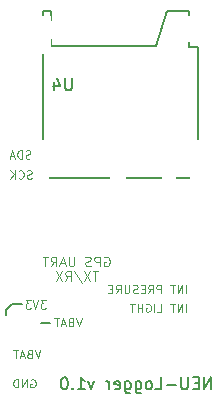
<source format=gbo>
G04 #@! TF.FileFunction,Legend,Bot*
%FSLAX46Y46*%
G04 Gerber Fmt 4.6, Leading zero omitted, Abs format (unit mm)*
G04 Created by KiCad (PCBNEW 4.0.0-rc2-stable) date 8/12/2015 5:56:54 PM*
%MOMM*%
G01*
G04 APERTURE LIST*
%ADD10C,0.100000*%
%ADD11C,0.200000*%
%ADD12C,0.120000*%
%ADD13C,0.150000*%
%ADD14C,0.381000*%
%ADD15R,1.100000X1.600000*%
%ADD16R,1.450000X1.180000*%
%ADD17R,1.100000X3.730000*%
%ADD18R,1.540000X2.230000*%
%ADD19R,1.300000X1.330000*%
%ADD20R,1.260000X3.200000*%
%ADD21C,2.200000*%
%ADD22C,2.000000*%
%ADD23R,2.432000X2.432000*%
%ADD24O,2.432000X2.432000*%
G04 APERTURE END LIST*
D10*
D11*
X176900000Y-127700000D02*
X176900000Y-128200000D01*
X177400000Y-127200000D02*
X176900000Y-127700000D01*
X178200000Y-127200000D02*
X177400000Y-127200000D01*
X194233334Y-134452381D02*
X194233334Y-133452381D01*
X193661905Y-134452381D01*
X193661905Y-133452381D01*
X193185715Y-133928571D02*
X192852381Y-133928571D01*
X192709524Y-134452381D02*
X193185715Y-134452381D01*
X193185715Y-133452381D01*
X192709524Y-133452381D01*
X192280953Y-133452381D02*
X192280953Y-134261905D01*
X192233334Y-134357143D01*
X192185715Y-134404762D01*
X192090477Y-134452381D01*
X191900000Y-134452381D01*
X191804762Y-134404762D01*
X191757143Y-134357143D01*
X191709524Y-134261905D01*
X191709524Y-133452381D01*
X191233334Y-134071429D02*
X190471429Y-134071429D01*
X189519048Y-134452381D02*
X189995239Y-134452381D01*
X189995239Y-133452381D01*
X189042858Y-134452381D02*
X189138096Y-134404762D01*
X189185715Y-134357143D01*
X189233334Y-134261905D01*
X189233334Y-133976190D01*
X189185715Y-133880952D01*
X189138096Y-133833333D01*
X189042858Y-133785714D01*
X188900000Y-133785714D01*
X188804762Y-133833333D01*
X188757143Y-133880952D01*
X188709524Y-133976190D01*
X188709524Y-134261905D01*
X188757143Y-134357143D01*
X188804762Y-134404762D01*
X188900000Y-134452381D01*
X189042858Y-134452381D01*
X187852381Y-133785714D02*
X187852381Y-134595238D01*
X187900000Y-134690476D01*
X187947619Y-134738095D01*
X188042858Y-134785714D01*
X188185715Y-134785714D01*
X188280953Y-134738095D01*
X187852381Y-134404762D02*
X187947619Y-134452381D01*
X188138096Y-134452381D01*
X188233334Y-134404762D01*
X188280953Y-134357143D01*
X188328572Y-134261905D01*
X188328572Y-133976190D01*
X188280953Y-133880952D01*
X188233334Y-133833333D01*
X188138096Y-133785714D01*
X187947619Y-133785714D01*
X187852381Y-133833333D01*
X186947619Y-133785714D02*
X186947619Y-134595238D01*
X186995238Y-134690476D01*
X187042857Y-134738095D01*
X187138096Y-134785714D01*
X187280953Y-134785714D01*
X187376191Y-134738095D01*
X186947619Y-134404762D02*
X187042857Y-134452381D01*
X187233334Y-134452381D01*
X187328572Y-134404762D01*
X187376191Y-134357143D01*
X187423810Y-134261905D01*
X187423810Y-133976190D01*
X187376191Y-133880952D01*
X187328572Y-133833333D01*
X187233334Y-133785714D01*
X187042857Y-133785714D01*
X186947619Y-133833333D01*
X186090476Y-134404762D02*
X186185714Y-134452381D01*
X186376191Y-134452381D01*
X186471429Y-134404762D01*
X186519048Y-134309524D01*
X186519048Y-133928571D01*
X186471429Y-133833333D01*
X186376191Y-133785714D01*
X186185714Y-133785714D01*
X186090476Y-133833333D01*
X186042857Y-133928571D01*
X186042857Y-134023810D01*
X186519048Y-134119048D01*
X185614286Y-134452381D02*
X185614286Y-133785714D01*
X185614286Y-133976190D02*
X185566667Y-133880952D01*
X185519048Y-133833333D01*
X185423810Y-133785714D01*
X185328571Y-133785714D01*
X184328571Y-133785714D02*
X184090476Y-134452381D01*
X183852380Y-133785714D01*
X182947618Y-134452381D02*
X183519047Y-134452381D01*
X183233333Y-134452381D02*
X183233333Y-133452381D01*
X183328571Y-133595238D01*
X183423809Y-133690476D01*
X183519047Y-133738095D01*
X182519047Y-134357143D02*
X182471428Y-134404762D01*
X182519047Y-134452381D01*
X182566666Y-134404762D01*
X182519047Y-134357143D01*
X182519047Y-134452381D01*
X181852381Y-133452381D02*
X181757142Y-133452381D01*
X181661904Y-133500000D01*
X181614285Y-133547619D01*
X181566666Y-133642857D01*
X181519047Y-133833333D01*
X181519047Y-134071429D01*
X181566666Y-134261905D01*
X181614285Y-134357143D01*
X181661904Y-134404762D01*
X181757142Y-134452381D01*
X181852381Y-134452381D01*
X181947619Y-134404762D01*
X181995238Y-134357143D01*
X182042857Y-134261905D01*
X182090476Y-134071429D01*
X182090476Y-133833333D01*
X182042857Y-133642857D01*
X181995238Y-133547619D01*
X181947619Y-133500000D01*
X181852381Y-133452381D01*
D12*
X178933334Y-114883333D02*
X178833334Y-114916667D01*
X178666667Y-114916667D01*
X178600000Y-114883333D01*
X178566667Y-114850000D01*
X178533334Y-114783333D01*
X178533334Y-114716667D01*
X178566667Y-114650000D01*
X178600000Y-114616667D01*
X178666667Y-114583333D01*
X178800000Y-114550000D01*
X178866667Y-114516667D01*
X178900000Y-114483333D01*
X178933334Y-114416667D01*
X178933334Y-114350000D01*
X178900000Y-114283333D01*
X178866667Y-114250000D01*
X178800000Y-114216667D01*
X178633334Y-114216667D01*
X178533334Y-114250000D01*
X178233333Y-114916667D02*
X178233333Y-114216667D01*
X178066667Y-114216667D01*
X177966667Y-114250000D01*
X177900000Y-114316667D01*
X177866667Y-114383333D01*
X177833333Y-114516667D01*
X177833333Y-114616667D01*
X177866667Y-114750000D01*
X177900000Y-114816667D01*
X177966667Y-114883333D01*
X178066667Y-114916667D01*
X178233333Y-114916667D01*
X177566667Y-114716667D02*
X177233333Y-114716667D01*
X177633333Y-114916667D02*
X177400000Y-114216667D01*
X177166667Y-114916667D01*
X179033334Y-116583333D02*
X178933334Y-116616667D01*
X178766667Y-116616667D01*
X178700000Y-116583333D01*
X178666667Y-116550000D01*
X178633334Y-116483333D01*
X178633334Y-116416667D01*
X178666667Y-116350000D01*
X178700000Y-116316667D01*
X178766667Y-116283333D01*
X178900000Y-116250000D01*
X178966667Y-116216667D01*
X179000000Y-116183333D01*
X179033334Y-116116667D01*
X179033334Y-116050000D01*
X179000000Y-115983333D01*
X178966667Y-115950000D01*
X178900000Y-115916667D01*
X178733334Y-115916667D01*
X178633334Y-115950000D01*
X177933333Y-116550000D02*
X177966667Y-116583333D01*
X178066667Y-116616667D01*
X178133333Y-116616667D01*
X178233333Y-116583333D01*
X178300000Y-116516667D01*
X178333333Y-116450000D01*
X178366667Y-116316667D01*
X178366667Y-116216667D01*
X178333333Y-116083333D01*
X178300000Y-116016667D01*
X178233333Y-115950000D01*
X178133333Y-115916667D01*
X178066667Y-115916667D01*
X177966667Y-115950000D01*
X177933333Y-115983333D01*
X177633333Y-116616667D02*
X177633333Y-115916667D01*
X177233333Y-116616667D02*
X177533333Y-116216667D01*
X177233333Y-115916667D02*
X177633333Y-116316667D01*
D11*
X180563800Y-128835000D02*
X179852600Y-128835000D01*
D12*
X183266666Y-128416667D02*
X183033333Y-129116667D01*
X182800000Y-128416667D01*
X182333333Y-128750000D02*
X182233333Y-128783333D01*
X182200000Y-128816667D01*
X182166666Y-128883333D01*
X182166666Y-128983333D01*
X182200000Y-129050000D01*
X182233333Y-129083333D01*
X182300000Y-129116667D01*
X182566666Y-129116667D01*
X182566666Y-128416667D01*
X182333333Y-128416667D01*
X182266666Y-128450000D01*
X182233333Y-128483333D01*
X182200000Y-128550000D01*
X182200000Y-128616667D01*
X182233333Y-128683333D01*
X182266666Y-128716667D01*
X182333333Y-128750000D01*
X182566666Y-128750000D01*
X181900000Y-128916667D02*
X181566666Y-128916667D01*
X181966666Y-129116667D02*
X181733333Y-128416667D01*
X181500000Y-129116667D01*
X181366666Y-128416667D02*
X180966666Y-128416667D01*
X181166666Y-129116667D02*
X181166666Y-128416667D01*
X180233334Y-126916667D02*
X179800001Y-126916667D01*
X180033334Y-127183333D01*
X179933334Y-127183333D01*
X179866667Y-127216667D01*
X179833334Y-127250000D01*
X179800001Y-127316667D01*
X179800001Y-127483333D01*
X179833334Y-127550000D01*
X179866667Y-127583333D01*
X179933334Y-127616667D01*
X180133334Y-127616667D01*
X180200001Y-127583333D01*
X180233334Y-127550000D01*
X179600000Y-126916667D02*
X179366667Y-127616667D01*
X179133334Y-126916667D01*
X178966667Y-126916667D02*
X178533334Y-126916667D01*
X178766667Y-127183333D01*
X178666667Y-127183333D01*
X178600000Y-127216667D01*
X178566667Y-127250000D01*
X178533334Y-127316667D01*
X178533334Y-127483333D01*
X178566667Y-127550000D01*
X178600000Y-127583333D01*
X178666667Y-127616667D01*
X178866667Y-127616667D01*
X178933334Y-127583333D01*
X178966667Y-127550000D01*
X178968200Y-133635000D02*
X179034866Y-133601667D01*
X179134866Y-133601667D01*
X179234866Y-133635000D01*
X179301533Y-133701667D01*
X179334866Y-133768333D01*
X179368200Y-133901667D01*
X179368200Y-134001667D01*
X179334866Y-134135000D01*
X179301533Y-134201667D01*
X179234866Y-134268333D01*
X179134866Y-134301667D01*
X179068200Y-134301667D01*
X178968200Y-134268333D01*
X178934866Y-134235000D01*
X178934866Y-134001667D01*
X179068200Y-134001667D01*
X178634866Y-134301667D02*
X178634866Y-133601667D01*
X178234866Y-134301667D01*
X178234866Y-133601667D01*
X177901533Y-134301667D02*
X177901533Y-133601667D01*
X177734867Y-133601667D01*
X177634867Y-133635000D01*
X177568200Y-133701667D01*
X177534867Y-133768333D01*
X177501533Y-133901667D01*
X177501533Y-134001667D01*
X177534867Y-134135000D01*
X177568200Y-134201667D01*
X177634867Y-134268333D01*
X177734867Y-134301667D01*
X177901533Y-134301667D01*
X179785666Y-131112467D02*
X179552333Y-131812467D01*
X179319000Y-131112467D01*
X178852333Y-131445800D02*
X178752333Y-131479133D01*
X178719000Y-131512467D01*
X178685666Y-131579133D01*
X178685666Y-131679133D01*
X178719000Y-131745800D01*
X178752333Y-131779133D01*
X178819000Y-131812467D01*
X179085666Y-131812467D01*
X179085666Y-131112467D01*
X178852333Y-131112467D01*
X178785666Y-131145800D01*
X178752333Y-131179133D01*
X178719000Y-131245800D01*
X178719000Y-131312467D01*
X178752333Y-131379133D01*
X178785666Y-131412467D01*
X178852333Y-131445800D01*
X179085666Y-131445800D01*
X178419000Y-131612467D02*
X178085666Y-131612467D01*
X178485666Y-131812467D02*
X178252333Y-131112467D01*
X178019000Y-131812467D01*
X177885666Y-131112467D02*
X177485666Y-131112467D01*
X177685666Y-131812467D02*
X177685666Y-131112467D01*
X192136733Y-127900867D02*
X192136733Y-127200867D01*
X191803400Y-127900867D02*
X191803400Y-127200867D01*
X191403400Y-127900867D01*
X191403400Y-127200867D01*
X191170067Y-127200867D02*
X190770067Y-127200867D01*
X190970067Y-127900867D02*
X190970067Y-127200867D01*
X189670068Y-127900867D02*
X190003401Y-127900867D01*
X190003401Y-127200867D01*
X189436734Y-127900867D02*
X189436734Y-127200867D01*
X188736735Y-127234200D02*
X188803401Y-127200867D01*
X188903401Y-127200867D01*
X189003401Y-127234200D01*
X189070068Y-127300867D01*
X189103401Y-127367533D01*
X189136735Y-127500867D01*
X189136735Y-127600867D01*
X189103401Y-127734200D01*
X189070068Y-127800867D01*
X189003401Y-127867533D01*
X188903401Y-127900867D01*
X188836735Y-127900867D01*
X188736735Y-127867533D01*
X188703401Y-127834200D01*
X188703401Y-127600867D01*
X188836735Y-127600867D01*
X188403401Y-127900867D02*
X188403401Y-127200867D01*
X188403401Y-127534200D02*
X188003401Y-127534200D01*
X188003401Y-127900867D02*
X188003401Y-127200867D01*
X187770068Y-127200867D02*
X187370068Y-127200867D01*
X187570068Y-127900867D02*
X187570068Y-127200867D01*
X192136733Y-126326067D02*
X192136733Y-125626067D01*
X191803400Y-126326067D02*
X191803400Y-125626067D01*
X191403400Y-126326067D01*
X191403400Y-125626067D01*
X191170067Y-125626067D02*
X190770067Y-125626067D01*
X190970067Y-126326067D02*
X190970067Y-125626067D01*
X190003401Y-126326067D02*
X190003401Y-125626067D01*
X189736735Y-125626067D01*
X189670068Y-125659400D01*
X189636735Y-125692733D01*
X189603401Y-125759400D01*
X189603401Y-125859400D01*
X189636735Y-125926067D01*
X189670068Y-125959400D01*
X189736735Y-125992733D01*
X190003401Y-125992733D01*
X188903401Y-126326067D02*
X189136735Y-125992733D01*
X189303401Y-126326067D02*
X189303401Y-125626067D01*
X189036735Y-125626067D01*
X188970068Y-125659400D01*
X188936735Y-125692733D01*
X188903401Y-125759400D01*
X188903401Y-125859400D01*
X188936735Y-125926067D01*
X188970068Y-125959400D01*
X189036735Y-125992733D01*
X189303401Y-125992733D01*
X188603401Y-125959400D02*
X188370068Y-125959400D01*
X188270068Y-126326067D02*
X188603401Y-126326067D01*
X188603401Y-125626067D01*
X188270068Y-125626067D01*
X188003402Y-126292733D02*
X187903402Y-126326067D01*
X187736735Y-126326067D01*
X187670068Y-126292733D01*
X187636735Y-126259400D01*
X187603402Y-126192733D01*
X187603402Y-126126067D01*
X187636735Y-126059400D01*
X187670068Y-126026067D01*
X187736735Y-125992733D01*
X187870068Y-125959400D01*
X187936735Y-125926067D01*
X187970068Y-125892733D01*
X188003402Y-125826067D01*
X188003402Y-125759400D01*
X187970068Y-125692733D01*
X187936735Y-125659400D01*
X187870068Y-125626067D01*
X187703402Y-125626067D01*
X187603402Y-125659400D01*
X187303401Y-125626067D02*
X187303401Y-126192733D01*
X187270068Y-126259400D01*
X187236735Y-126292733D01*
X187170068Y-126326067D01*
X187036735Y-126326067D01*
X186970068Y-126292733D01*
X186936735Y-126259400D01*
X186903401Y-126192733D01*
X186903401Y-125626067D01*
X186170068Y-126326067D02*
X186403402Y-125992733D01*
X186570068Y-126326067D02*
X186570068Y-125626067D01*
X186303402Y-125626067D01*
X186236735Y-125659400D01*
X186203402Y-125692733D01*
X186170068Y-125759400D01*
X186170068Y-125859400D01*
X186203402Y-125926067D01*
X186236735Y-125959400D01*
X186303402Y-125992733D01*
X186570068Y-125992733D01*
X185870068Y-125959400D02*
X185636735Y-125959400D01*
X185536735Y-126326067D02*
X185870068Y-126326067D01*
X185870068Y-125626067D01*
X185536735Y-125626067D01*
X185197457Y-123262200D02*
X185273648Y-123224105D01*
X185387933Y-123224105D01*
X185502219Y-123262200D01*
X185578410Y-123338390D01*
X185616505Y-123414581D01*
X185654600Y-123566962D01*
X185654600Y-123681248D01*
X185616505Y-123833629D01*
X185578410Y-123909819D01*
X185502219Y-123986010D01*
X185387933Y-124024105D01*
X185311743Y-124024105D01*
X185197457Y-123986010D01*
X185159362Y-123947914D01*
X185159362Y-123681248D01*
X185311743Y-123681248D01*
X184816505Y-124024105D02*
X184816505Y-123224105D01*
X184511743Y-123224105D01*
X184435552Y-123262200D01*
X184397457Y-123300295D01*
X184359362Y-123376486D01*
X184359362Y-123490771D01*
X184397457Y-123566962D01*
X184435552Y-123605057D01*
X184511743Y-123643152D01*
X184816505Y-123643152D01*
X184054600Y-123986010D02*
X183940314Y-124024105D01*
X183749838Y-124024105D01*
X183673648Y-123986010D01*
X183635552Y-123947914D01*
X183597457Y-123871724D01*
X183597457Y-123795533D01*
X183635552Y-123719343D01*
X183673648Y-123681248D01*
X183749838Y-123643152D01*
X183902219Y-123605057D01*
X183978410Y-123566962D01*
X184016505Y-123528867D01*
X184054600Y-123452676D01*
X184054600Y-123376486D01*
X184016505Y-123300295D01*
X183978410Y-123262200D01*
X183902219Y-123224105D01*
X183711743Y-123224105D01*
X183597457Y-123262200D01*
X182645076Y-123224105D02*
X182645076Y-123871724D01*
X182606981Y-123947914D01*
X182568885Y-123986010D01*
X182492695Y-124024105D01*
X182340314Y-124024105D01*
X182264123Y-123986010D01*
X182226028Y-123947914D01*
X182187933Y-123871724D01*
X182187933Y-123224105D01*
X181845076Y-123795533D02*
X181464124Y-123795533D01*
X181921267Y-124024105D02*
X181654600Y-123224105D01*
X181387933Y-124024105D01*
X180664124Y-124024105D02*
X180930791Y-123643152D01*
X181121267Y-124024105D02*
X181121267Y-123224105D01*
X180816505Y-123224105D01*
X180740314Y-123262200D01*
X180702219Y-123300295D01*
X180664124Y-123376486D01*
X180664124Y-123490771D01*
X180702219Y-123566962D01*
X180740314Y-123605057D01*
X180816505Y-123643152D01*
X181121267Y-123643152D01*
X180435553Y-123224105D02*
X179978410Y-123224105D01*
X180206981Y-124024105D02*
X180206981Y-123224105D01*
X184664124Y-124464105D02*
X184206981Y-124464105D01*
X184435552Y-125264105D02*
X184435552Y-124464105D01*
X184016504Y-124464105D02*
X183483171Y-125264105D01*
X183483171Y-124464105D02*
X184016504Y-125264105D01*
X182606980Y-124426010D02*
X183292695Y-125454581D01*
X181883171Y-125264105D02*
X182149838Y-124883152D01*
X182340314Y-125264105D02*
X182340314Y-124464105D01*
X182035552Y-124464105D01*
X181959361Y-124502200D01*
X181921266Y-124540295D01*
X181883171Y-124616486D01*
X181883171Y-124730771D01*
X181921266Y-124806962D01*
X181959361Y-124845057D01*
X182035552Y-124883152D01*
X182340314Y-124883152D01*
X181616504Y-124464105D02*
X181083171Y-125264105D01*
X181083171Y-124464105D02*
X181616504Y-125264105D01*
D13*
X192399000Y-102393000D02*
X190499000Y-102393000D01*
X190499000Y-102393000D02*
X189599000Y-105393000D01*
X189599000Y-105393000D02*
X180699000Y-105393000D01*
X180699000Y-105393000D02*
X180699000Y-102393000D01*
X180699000Y-102393000D02*
X179999000Y-102393000D01*
X179999000Y-102393000D02*
X179999000Y-116593000D01*
X179999000Y-116593000D02*
X193099000Y-116593000D01*
X193099000Y-116593000D02*
X193099000Y-105493000D01*
X193099000Y-105493000D02*
X192399000Y-105493000D01*
X192399000Y-105493000D02*
X192399000Y-104593000D01*
X192399000Y-104593000D02*
X192999000Y-104593000D01*
X192999000Y-104593000D02*
X192999000Y-103393000D01*
X192999000Y-103393000D02*
X192399000Y-103393000D01*
X192399000Y-103393000D02*
X192399000Y-102393000D01*
D11*
X182448105Y-108138981D02*
X182448105Y-108948505D01*
X182400486Y-109043743D01*
X182352867Y-109091362D01*
X182257629Y-109138981D01*
X182067152Y-109138981D01*
X181971914Y-109091362D01*
X181924295Y-109043743D01*
X181876676Y-108948505D01*
X181876676Y-108138981D01*
X180971914Y-108472314D02*
X180971914Y-109138981D01*
X181210010Y-108091362D02*
X181448105Y-108805648D01*
X180829057Y-108805648D01*
%LPC*%
D14*
X179070000Y-123799600D02*
X179070000Y-123088400D01*
X179070000Y-125450600D02*
X179070000Y-124739400D01*
X193395600Y-126390400D02*
X193395600Y-125679200D01*
X193446400Y-127914400D02*
X193446400Y-127203200D01*
D10*
G36*
X179116990Y-124095510D02*
X178413410Y-123795790D01*
X178413410Y-123092210D01*
X179116990Y-122792490D01*
X179116990Y-124095510D01*
X179116990Y-124095510D01*
G37*
G36*
X179726590Y-123795790D02*
X179023010Y-124095510D01*
X179023010Y-122792490D01*
X179726590Y-123092210D01*
X179726590Y-123795790D01*
X179726590Y-123795790D01*
G37*
G36*
X179116990Y-125746510D02*
X178413410Y-125446790D01*
X178413410Y-124743210D01*
X179116990Y-124443490D01*
X179116990Y-125746510D01*
X179116990Y-125746510D01*
G37*
G36*
X179726590Y-125446790D02*
X179023010Y-125746510D01*
X179023010Y-124443490D01*
X179726590Y-124743210D01*
X179726590Y-125446790D01*
X179726590Y-125446790D01*
G37*
G36*
X193442590Y-126686310D02*
X192739010Y-126386590D01*
X192739010Y-125683010D01*
X193442590Y-125383290D01*
X193442590Y-126686310D01*
X193442590Y-126686310D01*
G37*
G36*
X194052190Y-126386590D02*
X193348610Y-126686310D01*
X193348610Y-125383290D01*
X194052190Y-125683010D01*
X194052190Y-126386590D01*
X194052190Y-126386590D01*
G37*
G36*
X193493390Y-128210310D02*
X192789810Y-127910590D01*
X192789810Y-127207010D01*
X193493390Y-126907290D01*
X193493390Y-128210310D01*
X193493390Y-128210310D01*
G37*
G36*
X194102990Y-127910590D02*
X193399410Y-128210310D01*
X193399410Y-126907290D01*
X194102990Y-127207010D01*
X194102990Y-127910590D01*
X194102990Y-127910590D01*
G37*
D15*
X181149000Y-104013000D03*
X182249000Y-104013000D03*
X183349000Y-104013000D03*
X184449000Y-104013000D03*
X185549000Y-104013000D03*
X186649000Y-104013000D03*
X187749000Y-104013000D03*
X188849000Y-104013000D03*
D16*
X186374000Y-116503000D03*
D17*
X179989000Y-115228000D03*
D18*
X192729000Y-103978000D03*
D19*
X190639000Y-116428000D03*
D17*
X192949000Y-115228000D03*
D20*
X180069000Y-104463000D03*
D21*
X175895000Y-103505000D03*
X175895000Y-106045000D03*
X175895000Y-108585000D03*
X175895000Y-111125000D03*
X175895000Y-113665000D03*
X175895000Y-116205000D03*
X175895000Y-118745000D03*
X175895000Y-121285000D03*
X175895000Y-123825000D03*
X175895000Y-126365000D03*
X175895000Y-128905000D03*
X175895000Y-131445000D03*
X175895000Y-133985000D03*
X196215000Y-103505000D03*
X196215000Y-106045000D03*
X196215000Y-108585000D03*
X196215000Y-111125000D03*
X196215000Y-113665000D03*
X196215000Y-116205000D03*
X196215000Y-118745000D03*
X196215000Y-121285000D03*
X196215000Y-123825000D03*
X196215000Y-126365000D03*
X196215000Y-128905000D03*
X196215000Y-131445000D03*
X196215000Y-133985000D03*
D22*
X178371500Y-112929400D03*
X178371500Y-128929400D03*
D23*
X181483000Y-119380000D03*
D24*
X184023000Y-119380000D03*
M02*

</source>
